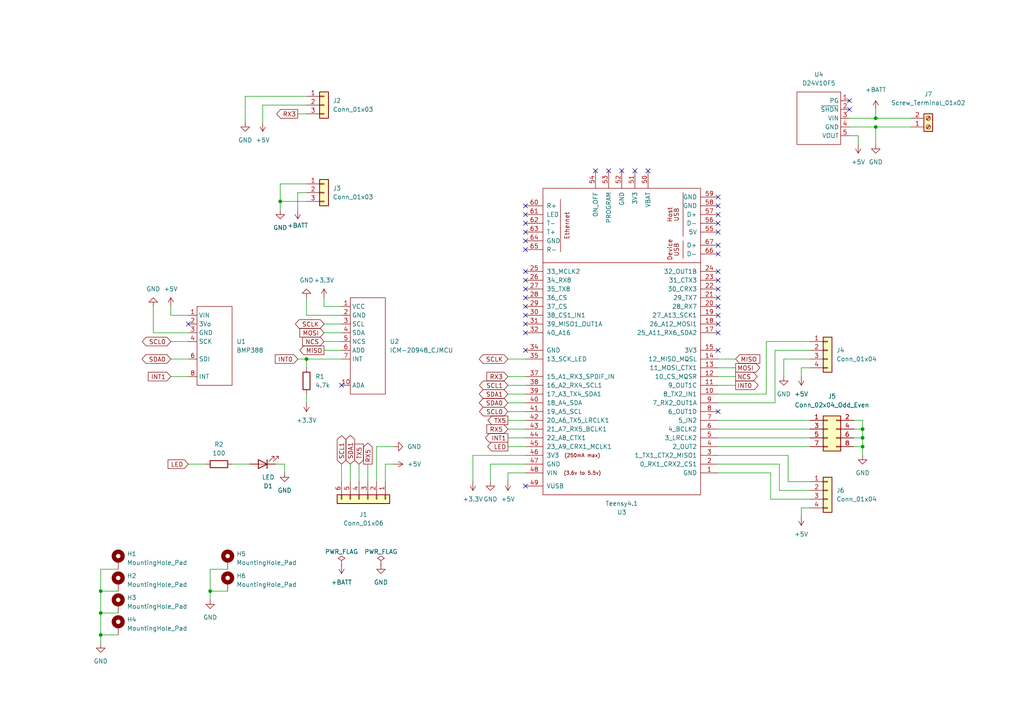
<source format=kicad_sch>
(kicad_sch (version 20230121) (generator eeschema)
  (paper "A4")
  (lib_symbols
    (symbol "Connector:Screw_Terminal_01x02" (pin_names (offset 1.016) hide)
      (property "Reference" "J" (at 0 2.54 0))
      (property "Value" "Screw_Terminal_01x02" (at 0 -5.08 0))
      (symbol "Screw_Terminal_01x02_1_1"
        (rectangle (start -1.27 1.27) (end 1.27 -3.81) (stroke (width 0.254)) (fill (type background)))
        (circle (center 0 -2.54) (radius 0.635) (stroke (width 0.1524)))
        (polyline (pts (xy -0.5334 -2.2098) (xy 0.3302 -3.048)) (stroke (width 0.1524)))
        (polyline (pts (xy -0.5334 0.3302) (xy 0.3302 -0.508)) (stroke (width 0.1524)))
        (polyline (pts (xy -0.3556 -2.032) (xy 0.508 -2.8702)) (stroke (width 0.1524)))
        (polyline (pts (xy -0.3556 0.508) (xy 0.508 -0.3302)) (stroke (width 0.1524)))
        (circle (center 0 0) (radius 0.635) (stroke (width 0.1524)))
        (pin passive line (at -5.08 0 0) (length 3.81) (name "Pin_1") (number "1"))
        (pin passive line (at -5.08 -2.54 0) (length 3.81) (name "Pin_2") (number "2"))
      )
    )
    (symbol "Connector_Generic:Conn_01x03" (pin_names (offset 1.016) hide)
      (property "Reference" "J" (at 0 5.08 0))
      (property "Value" "Conn_01x03" (at 0 -5.08 0))
      (symbol "Conn_01x03_1_1"
        (rectangle (start -1.27 -2.413) (end 0 -2.667) (stroke (width 0.1524)))
        (rectangle (start -1.27 0.127) (end 0 -0.127) (stroke (width 0.1524)))
        (rectangle (start -1.27 2.667) (end 0 2.413) (stroke (width 0.1524)))
        (rectangle (start -1.27 3.81) (end 1.27 -3.81) (stroke (width 0.254)) (fill (type background)))
        (pin passive line (at -5.08 2.54 0) (length 3.81) (name "Pin_1") (number "1"))
        (pin passive line (at -5.08 0 0) (length 3.81) (name "Pin_2") (number "2"))
        (pin passive line (at -5.08 -2.54 0) (length 3.81) (name "Pin_3") (number "3"))
      )
    )
    (symbol "Connector_Generic:Conn_01x04" (pin_names (offset 1.016) hide)
      (property "Reference" "J" (at 0 5.08 0))
      (property "Value" "Conn_01x04" (at 0 -7.62 0))
      (symbol "Conn_01x04_1_1"
        (rectangle (start -1.27 -4.953) (end 0 -5.207) (stroke (width 0.1524)))
        (rectangle (start -1.27 -2.413) (end 0 -2.667) (stroke (width 0.1524)))
        (rectangle (start -1.27 0.127) (end 0 -0.127) (stroke (width 0.1524)))
        (rectangle (start -1.27 2.667) (end 0 2.413) (stroke (width 0.1524)))
        (rectangle (start -1.27 3.81) (end 1.27 -6.35) (stroke (width 0.254)) (fill (type background)))
        (pin passive line (at -5.08 2.54 0) (length 3.81) (name "Pin_1") (number "1"))
        (pin passive line (at -5.08 0 0) (length 3.81) (name "Pin_2") (number "2"))
        (pin passive line (at -5.08 -2.54 0) (length 3.81) (name "Pin_3") (number "3"))
        (pin passive line (at -5.08 -5.08 0) (length 3.81) (name "Pin_4") (number "4"))
      )
    )
    (symbol "Connector_Generic:Conn_01x06" (pin_names (offset 1.016) hide)
      (property "Reference" "J" (at 0 7.62 0))
      (property "Value" "Conn_01x06" (at 0 -10.16 0))
      (symbol "Conn_01x06_1_1"
        (rectangle (start -1.27 -7.493) (end 0 -7.747) (stroke (width 0.1524)))
        (rectangle (start -1.27 -4.953) (end 0 -5.207) (stroke (width 0.1524)))
        (rectangle (start -1.27 -2.413) (end 0 -2.667) (stroke (width 0.1524)))
        (rectangle (start -1.27 0.127) (end 0 -0.127) (stroke (width 0.1524)))
        (rectangle (start -1.27 2.667) (end 0 2.413) (stroke (width 0.1524)))
        (rectangle (start -1.27 5.207) (end 0 4.953) (stroke (width 0.1524)))
        (rectangle (start -1.27 6.35) (end 1.27 -8.89) (stroke (width 0.254)) (fill (type background)))
        (pin passive line (at -5.08 5.08 0) (length 3.81) (name "Pin_1") (number "1"))
        (pin passive line (at -5.08 2.54 0) (length 3.81) (name "Pin_2") (number "2"))
        (pin passive line (at -5.08 0 0) (length 3.81) (name "Pin_3") (number "3"))
        (pin passive line (at -5.08 -2.54 0) (length 3.81) (name "Pin_4") (number "4"))
        (pin passive line (at -5.08 -5.08 0) (length 3.81) (name "Pin_5") (number "5"))
        (pin passive line (at -5.08 -7.62 0) (length 3.81) (name "Pin_6") (number "6"))
      )
    )
    (symbol "Connector_Generic:Conn_02x04_Odd_Even" (pin_names (offset 1.016) hide)
      (property "Reference" "J" (at 1.27 5.08 0))
      (property "Value" "Conn_02x04_Odd_Even" (at 1.27 -7.62 0))
      (symbol "Conn_02x04_Odd_Even_1_1"
        (rectangle (start -1.27 -4.953) (end 0 -5.207) (stroke (width 0.1524)))
        (rectangle (start -1.27 -2.413) (end 0 -2.667) (stroke (width 0.1524)))
        (rectangle (start -1.27 0.127) (end 0 -0.127) (stroke (width 0.1524)))
        (rectangle (start -1.27 2.667) (end 0 2.413) (stroke (width 0.1524)))
        (rectangle (start -1.27 3.81) (end 3.81 -6.35) (stroke (width 0.254)) (fill (type background)))
        (rectangle (start 3.81 -4.953) (end 2.54 -5.207) (stroke (width 0.1524)))
        (rectangle (start 3.81 -2.413) (end 2.54 -2.667) (stroke (width 0.1524)))
        (rectangle (start 3.81 0.127) (end 2.54 -0.127) (stroke (width 0.1524)))
        (rectangle (start 3.81 2.667) (end 2.54 2.413) (stroke (width 0.1524)))
        (pin passive line (at -5.08 2.54 0) (length 3.81) (name "Pin_1") (number "1"))
        (pin passive line (at 7.62 2.54 180) (length 3.81) (name "Pin_2") (number "2"))
        (pin passive line (at -5.08 0 0) (length 3.81) (name "Pin_3") (number "3"))
        (pin passive line (at 7.62 0 180) (length 3.81) (name "Pin_4") (number "4"))
        (pin passive line (at -5.08 -2.54 0) (length 3.81) (name "Pin_5") (number "5"))
        (pin passive line (at 7.62 -2.54 180) (length 3.81) (name "Pin_6") (number "6"))
        (pin passive line (at -5.08 -5.08 0) (length 3.81) (name "Pin_7") (number "7"))
        (pin passive line (at 7.62 -5.08 180) (length 3.81) (name "Pin_8") (number "8"))
      )
    )
    (symbol "Device:LED" (pin_numbers hide) (pin_names (offset 1.016) hide)
      (property "Reference" "D" (at 0 2.54 0))
      (property "Value" "LED" (at 0 -2.54 0))
      (symbol "LED_0_1"
        (polyline (pts (xy -1.27 -1.27) (xy -1.27 1.27)) (stroke (width 0.254)))
        (polyline (pts (xy -1.27 0) (xy 1.27 0)))
        (polyline (pts (xy 1.27 -1.27) (xy 1.27 1.27) (xy -1.27 0) (xy 1.27 -1.27)) (stroke (width 0.254)))
        (polyline (pts (xy -3.048 -0.762) (xy -4.572 -2.286) (xy -3.81 -2.286) (xy -4.572 -2.286) (xy -4.572 -1.524)))
        (polyline (pts (xy -1.778 -0.762) (xy -3.302 -2.286) (xy -2.54 -2.286) (xy -3.302 -2.286) (xy -3.302 -1.524)))
      )
      (symbol "LED_1_1"
        (pin passive line (at -3.81 0 0) (length 2.54) (name "K") (number "1"))
        (pin passive line (at 3.81 0 180) (length 2.54) (name "A") (number "2"))
      )
    )
    (symbol "Device:R" (pin_numbers hide) (pin_names (offset 0))
      (property "Reference" "R" (at 2.032 0 90))
      (property "Value" "R" (at 0 0 90))
      (symbol "R_0_1"
        (rectangle (start -1.016 -2.54) (end 1.016 2.54) (stroke (width 0.254)))
      )
      (symbol "R_1_1"
        (pin passive line (at 0 3.81 270) (length 1.27) (name "~") (number "1"))
        (pin passive line (at 0 -3.81 90) (length 1.27) (name "~") (number "2"))
      )
    )
    (symbol "Lukas:D24V10F5"
      (property "Reference" "U" (at -6.35 8.89 0))
      (property "Value" "D24V10F5" (at 2.54 8.89 0))
      (symbol "D24V10F5_0_1"
        (rectangle (start -6.35 7.62) (end 6.35 -7.62))
      )
      (symbol "D24V10F5_1_1"
        (pin output line (at 8.89 5.08 180) (length 2.54) (name "PG") (number "1"))
        (pin input line (at 8.89 2.54 180) (length 2.54) (name "~{SHDN}") (number "2"))
        (pin power_in line (at 8.89 0 180) (length 2.54) (name "VIN") (number "3"))
        (pin power_in line (at 8.89 -2.54 180) (length 2.54) (name "GND") (number "4"))
        (pin power_out line (at 8.89 -5.08 180) (length 2.54) (name "VOUT") (number "5"))
      )
    )
    (symbol "Mechanical:MountingHole_Pad" (pin_numbers hide) (pin_names (offset 1.016) hide)
      (property "Reference" "H" (at 0 6.35 0))
      (property "Value" "MountingHole_Pad" (at 0 4.445 0))
      (symbol "MountingHole_Pad_0_1"
        (circle (center 0 1.27) (radius 1.27) (stroke (width 1.27)))
      )
      (symbol "MountingHole_Pad_1_1"
        (pin input line (at 0 -2.54 90) (length 2.54) (name "1") (number "1"))
      )
    )
    (symbol "Quadcopter:BMP388"
      (property "Reference" "U" (at -5.08 12.7 0))
      (property "Value" "BMP388" (at 1.27 12.7 0))
      (symbol "BMP388_0_1"
        (rectangle (start -5.08 11.43) (end 5.08 -11.43))
      )
      (symbol "BMP388_1_1"
        (pin power_in line (at -7.62 8.89 0) (length 2.54) (name "VIN") (number "1"))
        (pin power_out line (at -7.62 6.35 0) (length 2.54) (name "3Vo") (number "2"))
        (pin power_in line (at -7.62 3.81 0) (length 2.54) (name "GND") (number "3"))
        (pin bidirectional line (at -7.62 1.27 0) (length 2.54) (name "SCK") (number "4"))
        (pin input line (at -7.62 -3.81 0) (length 2.54) (name "SDI") (number "6"))
        (pin output line (at -7.62 -8.89 0) (length 2.54) (name "INT") (number "8"))
      )
    )
    (symbol "Quadcopter:ICM-20948_CJMCU"
      (property "Reference" "U" (at -5.08 15.24 0))
      (property "Value" "ICM-20948_CJMCU" (at 0 -15.24 0))
      (symbol "ICM-20948_CJMCU_0_1"
        (rectangle (start -5.08 13.97) (end 5.08 -13.97))
      )
      (symbol "ICM-20948_CJMCU_1_1"
        (pin power_in line (at -7.62 11.43 0) (length 2.54) (name "VCC") (number "1"))
        (pin bidirectional line (at -7.62 -11.43 0) (length 2.54) (name "ADA") (number "10"))
        (pin power_in line (at -7.62 8.89 0) (length 2.54) (name "GND") (number "2"))
        (pin bidirectional line (at -7.62 6.35 0) (length 2.54) (name "SCL") (number "3"))
        (pin bidirectional line (at -7.62 3.81 0) (length 2.54) (name "SDA") (number "4"))
        (pin input line (at -7.62 1.27 0) (length 2.54) (name "NCS") (number "5"))
        (pin input line (at -7.62 -1.27 0) (length 2.54) (name "AD0") (number "6"))
        (pin input line (at -7.62 -3.81 0) (length 2.54) (name "INT") (number "7"))
      )
    )
    (symbol "Quadcopter:Teensy4.1" (pin_names (offset 1.016))
      (property "Reference" "U" (at 0 64.77 0))
      (property "Value" "Teensy4.1" (at 0 62.23 0))
      (symbol "Teensy4.1_0_0"
        (polyline (pts (xy -22.86 -6.35) (xy 22.86 -6.35)))
        (polyline (pts (xy -17.78 -26.67) (xy -17.78 -13.97)))
        (polyline (pts (xy -17.78 -7.62) (xy -17.78 -12.7)))
        (polyline (pts (xy 17.78 -9.525) (xy 17.78 -24.765)))
        (text "(250mA max)" (at 11.43 49.53 0) (effects (font (size 1.016 1.016))))
        (text "(3.6v to 5.5v)" (at 11.43 54.61 0) (effects (font (size 1.016 1.016))))
        (text "Device" (at -13.97 -10.16 900) (effects (font (size 1.27 1.27))))
        (text "Ethernet" (at 15.875 -17.145 900) (effects (font (size 1.27 1.27))))
        (text "Host" (at -13.97 -20.32 900) (effects (font (size 1.27 1.27))))
        (text "USB" (at -15.875 -20.32 900) (effects (font (size 1.27 1.27))))
        (text "USB" (at -15.875 -10.16 900) (effects (font (size 1.27 1.27))))
        (pin bidirectional line (at -27.94 31.75 0) (length 5.08) (name "8_TX2_IN1") (number "10"))
        (pin bidirectional line (at -27.94 29.21 0) (length 5.08) (name "9_OUT1C") (number "11"))
        (pin bidirectional line (at -27.94 26.67 0) (length 5.08) (name "10_CS_MQSR") (number "12"))
        (pin bidirectional line (at -27.94 24.13 0) (length 5.08) (name "11_MOSI_CTX1") (number "13"))
        (pin bidirectional line (at -27.94 21.59 0) (length 5.08) (name "12_MISO_MQSL") (number "14"))
        (pin power_in line (at -27.94 19.05 0) (length 5.08) (name "3V3") (number "15"))
        (pin bidirectional line (at -27.94 13.97 0) (length 5.08) (name "25_A11_RX6_SDA2") (number "17"))
        (pin bidirectional line (at -27.94 11.43 0) (length 5.08) (name "26_A12_MOSI1") (number "18"))
        (pin bidirectional line (at -27.94 8.89 0) (length 5.08) (name "27_A13_SCK1") (number "19"))
        (pin bidirectional line (at -27.94 6.35 0) (length 5.08) (name "28_RX7") (number "20"))
        (pin bidirectional line (at -27.94 3.81 0) (length 5.08) (name "29_TX7") (number "21"))
        (pin bidirectional line (at -27.94 1.27 0) (length 5.08) (name "30_CRX3") (number "22"))
        (pin bidirectional line (at -27.94 -1.27 0) (length 5.08) (name "31_CTX3") (number "23"))
        (pin bidirectional line (at -27.94 -3.81 0) (length 5.08) (name "32_OUT1B") (number "24"))
        (pin bidirectional line (at 27.94 -3.81 180) (length 5.08) (name "33_MCLK2") (number "25"))
        (pin bidirectional line (at 27.94 -1.27 180) (length 5.08) (name "34_RX8") (number "26"))
        (pin bidirectional line (at 27.94 1.27 180) (length 5.08) (name "35_TX8") (number "27"))
        (pin bidirectional line (at 27.94 3.81 180) (length 5.08) (name "36_CS") (number "28"))
        (pin bidirectional line (at 27.94 6.35 180) (length 5.08) (name "37_CS") (number "29"))
        (pin bidirectional line (at 27.94 8.89 180) (length 5.08) (name "38_CS1_IN1") (number "30"))
        (pin bidirectional line (at 27.94 11.43 180) (length 5.08) (name "39_MISO1_OUT1A") (number "31"))
        (pin bidirectional line (at 27.94 13.97 180) (length 5.08) (name "40_A16") (number "32"))
        (pin bidirectional line (at 27.94 21.59 180) (length 5.08) (name "13_SCK_LED") (number "35"))
        (pin bidirectional line (at 27.94 26.67 180) (length 5.08) (name "15_A1_RX3_SPDIF_IN") (number "37"))
        (pin bidirectional line (at 27.94 29.21 180) (length 5.08) (name "16_A2_RX4_SCL1") (number "38"))
        (pin bidirectional line (at 27.94 31.75 180) (length 5.08) (name "17_A3_TX4_SDA1") (number "39"))
        (pin bidirectional line (at 27.94 34.29 180) (length 5.08) (name "18_A4_SDA") (number "40"))
        (pin bidirectional line (at 27.94 36.83 180) (length 5.08) (name "19_A5_SCL") (number "41"))
        (pin bidirectional line (at 27.94 39.37 180) (length 5.08) (name "20_A6_TX5_LRCLK1") (number "42"))
        (pin bidirectional line (at 27.94 41.91 180) (length 5.08) (name "21_A7_RX5_BCLK1") (number "43"))
        (pin bidirectional line (at 27.94 44.45 180) (length 5.08) (name "22_A8_CTX1") (number "44"))
        (pin bidirectional line (at 27.94 46.99 180) (length 5.08) (name "23_A9_CRX1_MCLK1") (number "45"))
        (pin power_in line (at 27.94 54.61 180) (length 5.08) (name "VIN") (number "48"))
        (pin power_out line (at 27.94 58.42 180) (length 5.08) (name "VUSB") (number "49"))
        (pin bidirectional line (at -27.94 44.45 0) (length 5.08) (name "3_LRCLK2") (number "5"))
        (pin power_in line (at -7.62 -33.02 90) (length 5.08) (name "VBAT") (number "50"))
        (pin power_in line (at -3.81 -33.02 90) (length 5.08) (name "3V3") (number "51"))
        (pin input line (at 0 -33.02 90) (length 5.08) (name "GND") (number "52"))
        (pin input line (at 3.81 -33.02 90) (length 5.08) (name "PROGRAM") (number "53"))
        (pin input line (at 7.62 -33.02 90) (length 5.08) (name "ON_OFF") (number "54"))
        (pin power_out line (at -27.94 -15.24 0) (length 5.08) (name "5V") (number "55"))
        (pin bidirectional line (at -27.94 -17.78 0) (length 5.08) (name "D-") (number "56"))
        (pin bidirectional line (at -27.94 -20.32 0) (length 5.08) (name "D+") (number "57"))
        (pin power_in line (at -27.94 -22.86 0) (length 5.08) (name "GND") (number "58"))
        (pin power_in line (at -27.94 -25.4 0) (length 5.08) (name "GND") (number "59"))
        (pin bidirectional line (at -27.94 41.91 0) (length 5.08) (name "4_BCLK2") (number "6"))
        (pin bidirectional line (at 27.94 -22.86 180) (length 5.08) (name "R+") (number "60"))
        (pin bidirectional line (at 27.94 -20.32 180) (length 5.08) (name "LED") (number "61"))
        (pin bidirectional line (at 27.94 -17.78 180) (length 5.08) (name "T-") (number "62"))
        (pin bidirectional line (at 27.94 -15.24 180) (length 5.08) (name "T+") (number "63"))
        (pin power_in line (at 27.94 -12.7 180) (length 5.08) (name "GND") (number "64"))
        (pin bidirectional line (at 27.94 -10.16 180) (length 5.08) (name "R-") (number "65"))
        (pin bidirectional line (at -27.94 -8.89 0) (length 5.08) (name "D-") (number "66"))
        (pin bidirectional line (at -27.94 -11.43 0) (length 5.08) (name "D+") (number "67"))
        (pin bidirectional line (at -27.94 39.37 0) (length 5.08) (name "5_IN2") (number "7"))
        (pin bidirectional line (at -27.94 36.83 0) (length 5.08) (name "6_OUT1D") (number "8"))
        (pin bidirectional line (at -27.94 34.29 0) (length 5.08) (name "7_RX2_OUT1A") (number "9"))
      )
      (symbol "Teensy4.1_0_1"
        (rectangle (start -22.86 60.96) (end 22.86 -27.94))
        (rectangle (start -20.32 -1.27) (end -20.32 -1.27))
      )
      (symbol "Teensy4.1_1_0"
        (pin power_out line (at 27.94 49.53 180) (length 5.08) (name "3V3") (number "46"))
        (pin power_in line (at 27.94 52.07 180) (length 5.08) (name "GND") (number "47"))
      )
      (symbol "Teensy4.1_1_1"
        (pin power_out line (at -27.94 54.61 0) (length 5.08) (name "GND") (number "1"))
        (pin bidirectional line (at -27.94 52.07 0) (length 5.08) (name "0_RX1_CRX2_CS1") (number "2"))
        (pin bidirectional line (at -27.94 49.53 0) (length 5.08) (name "1_TX1_CTX2_MISO1") (number "3"))
        (pin power_in line (at 27.94 19.05 180) (length 5.08) (name "GND") (number "34"))
        (pin bidirectional line (at -27.94 46.99 0) (length 5.08) (name "2_OUT2") (number "4"))
      )
    )
    (symbol "power:+3.3V" (power) (pin_names (offset 0))
      (property "Value" "+3.3V" (at 0 3.556 0))
      (symbol "+3.3V_0_1"
        (polyline (pts (xy -0.762 1.27) (xy 0 2.54)))
        (polyline (pts (xy 0 0) (xy 0 2.54)))
        (polyline (pts (xy 0 2.54) (xy 0.762 1.27)))
      )
      (symbol "+3.3V_1_1"
        (pin power_in line (at 0 0 90) (length 0) hide (name "+3.3V") (number "1"))
      )
    )
    (symbol "power:+5V" (power) (pin_names (offset 0))
      (property "Value" "+5V" (at 0 3.556 0))
      (symbol "+5V_0_1"
        (polyline (pts (xy -0.762 1.27) (xy 0 2.54)))
        (polyline (pts (xy 0 0) (xy 0 2.54)))
        (polyline (pts (xy 0 2.54) (xy 0.762 1.27)))
      )
      (symbol "+5V_1_1"
        (pin power_in line (at 0 0 90) (length 0) hide (name "+5V") (number "1"))
      )
    )
    (symbol "power:+BATT" (power) (pin_names (offset 0))
      (property "Value" "+BATT" (at 0 3.556 0))
      (symbol "+BATT_0_1"
        (polyline (pts (xy -0.762 1.27) (xy 0 2.54)))
        (polyline (pts (xy 0 0) (xy 0 2.54)))
        (polyline (pts (xy 0 2.54) (xy 0.762 1.27)))
      )
      (symbol "+BATT_1_1"
        (pin power_in line (at 0 0 90) (length 0) hide (name "+BATT") (number "1"))
      )
    )
    (symbol "power:GND" (power) (pin_names (offset 0))
      (property "Value" "GND" (at 0 -3.81 0))
      (symbol "GND_0_1"
        (polyline (pts (xy 0 0) (xy 0 -1.27) (xy 1.27 -1.27) (xy 0 -2.54) (xy -1.27 -1.27) (xy 0 -1.27)))
      )
      (symbol "GND_1_1"
        (pin power_in line (at 0 0 270) (length 0) hide (name "GND") (number "1"))
      )
    )
    (symbol "power:PWR_FLAG" (power) (pin_numbers hide) (pin_names (offset 0) hide)
      (property "Value" "PWR_FLAG" (at 0 3.81 0))
      (symbol "PWR_FLAG_0_0"
        (pin power_out line (at 0 0 90) (length 0) (name "pwr") (number "1"))
      )
      (symbol "PWR_FLAG_0_1"
        (polyline (pts (xy 0 0) (xy 0 1.27) (xy -1.016 1.905) (xy 0 2.54) (xy 1.016 1.905) (xy 0 1.27)))
      )
    )
  )
  (junction (at 250.19 127))
  (junction (at 254 36.83))
  (junction (at 88.9 104.14))
  (junction (at 29.21 177.8))
  (junction (at 60.96 171.45))
  (junction (at 250.19 129.54))
  (junction (at 81.28 58.42))
  (junction (at 29.21 171.45))
  (junction (at 29.21 184.15))
  (junction (at 254 34.29))
  (junction (at 250.19 124.46))
  (no_connect (at 208.28 88.9))
  (no_connect (at 152.4 88.9))
  (no_connect (at 152.4 59.69))
  (no_connect (at 246.38 31.75))
  (no_connect (at 208.28 101.6))
  (no_connect (at 208.28 93.98))
  (no_connect (at 208.28 67.31))
  (no_connect (at 152.4 93.98))
  (no_connect (at 208.28 119.38))
  (no_connect (at 208.28 57.15))
  (no_connect (at 246.38 29.21))
  (no_connect (at 152.4 91.44))
  (no_connect (at 152.4 86.36))
  (no_connect (at 187.96 49.53))
  (no_connect (at 152.4 67.31))
  (no_connect (at 99.06 111.76))
  (no_connect (at 176.53 49.53))
  (no_connect (at 208.28 83.82))
  (no_connect (at 208.28 81.28))
  (no_connect (at 208.28 78.74))
  (no_connect (at 180.34 49.53))
  (no_connect (at 152.4 69.85))
  (no_connect (at 152.4 83.82))
  (no_connect (at 152.4 78.74))
  (no_connect (at 54.61 93.98))
  (no_connect (at 184.15 49.53))
  (no_connect (at 208.28 62.23))
  (no_connect (at 208.28 73.66))
  (no_connect (at 208.28 91.44))
  (no_connect (at 152.4 81.28))
  (no_connect (at 208.28 59.69))
  (no_connect (at 208.28 64.77))
  (no_connect (at 152.4 140.97))
  (no_connect (at 152.4 96.52))
  (no_connect (at 152.4 72.39))
  (no_connect (at 208.28 71.12))
  (no_connect (at 152.4 101.6))
  (no_connect (at 208.28 96.52))
  (no_connect (at 208.28 86.36))
  (no_connect (at 152.4 64.77))
  (no_connect (at 152.4 62.23))
  (no_connect (at 172.72 49.53))
  (wire (pts (xy 224.79 101.6) (xy 224.79 116.84)))
  (wire (pts (xy 88.9 104.14) (xy 88.9 106.68)))
  (wire (pts (xy 227.33 104.14) (xy 234.95 104.14)))
  (wire (pts (xy 82.55 134.62) (xy 82.55 137.16)))
  (wire (pts (xy 29.21 177.8) (xy 29.21 184.15)))
  (wire (pts (xy 247.65 129.54) (xy 250.19 129.54)))
  (wire (pts (xy 250.19 127) (xy 250.19 124.46)))
  (wire (pts (xy 44.45 88.9) (xy 44.45 96.52)))
  (wire (pts (xy 60.96 171.45) (xy 66.04 171.45)))
  (wire (pts (xy 67.31 134.62) (xy 72.39 134.62)))
  (wire (pts (xy 54.61 91.44) (xy 49.53 91.44)))
  (wire (pts (xy 88.9 104.14) (xy 99.06 104.14)))
  (wire (pts (xy 93.98 86.36) (xy 93.98 88.9)))
  (wire (pts (xy 111.76 134.62) (xy 111.76 139.7)))
  (wire (pts (xy 147.32 137.16) (xy 152.4 137.16)))
  (wire (pts (xy 29.21 171.45) (xy 29.21 177.8)))
  (wire (pts (xy 99.06 91.44) (xy 88.9 91.44)))
  (wire (pts (xy 250.19 129.54) (xy 250.19 132.08)))
  (wire (pts (xy 247.65 127) (xy 250.19 127)))
  (wire (pts (xy 223.52 144.78) (xy 234.95 144.78)))
  (wire (pts (xy 208.28 127) (xy 234.95 127)))
  (wire (pts (xy 137.16 132.08) (xy 137.16 139.7)))
  (wire (pts (xy 250.19 129.54) (xy 250.19 127)))
  (wire (pts (xy 34.29 171.45) (xy 29.21 171.45)))
  (wire (pts (xy 152.4 104.14) (xy 147.32 104.14)))
  (wire (pts (xy 208.28 111.76) (xy 213.36 111.76)))
  (wire (pts (xy 81.28 58.42) (xy 88.9 58.42)))
  (wire (pts (xy 142.24 139.7) (xy 142.24 134.62)))
  (wire (pts (xy 147.32 124.46) (xy 152.4 124.46)))
  (wire (pts (xy 208.28 132.08) (xy 228.6 132.08)))
  (wire (pts (xy 109.22 129.54) (xy 114.3 129.54)))
  (wire (pts (xy 247.65 121.92) (xy 250.19 121.92)))
  (wire (pts (xy 234.95 147.32) (xy 232.41 147.32)))
  (wire (pts (xy 49.53 91.44) (xy 49.53 88.9)))
  (wire (pts (xy 29.21 177.8) (xy 34.29 177.8)))
  (wire (pts (xy 152.4 132.08) (xy 137.16 132.08)))
  (wire (pts (xy 208.28 116.84) (xy 224.79 116.84)))
  (wire (pts (xy 99.06 134.62) (xy 99.06 139.7)))
  (wire (pts (xy 228.6 132.08) (xy 228.6 139.7)))
  (wire (pts (xy 106.68 134.62) (xy 106.68 139.7)))
  (wire (pts (xy 101.6 134.62) (xy 101.6 139.7)))
  (wire (pts (xy 86.36 55.88) (xy 86.36 60.96)))
  (wire (pts (xy 76.2 30.48) (xy 88.9 30.48)))
  (wire (pts (xy 254 34.29) (xy 264.16 34.29)))
  (wire (pts (xy 147.32 129.54) (xy 152.4 129.54)))
  (wire (pts (xy 66.04 165.1) (xy 60.96 165.1)))
  (wire (pts (xy 232.41 147.32) (xy 232.41 149.86)))
  (wire (pts (xy 93.98 96.52) (xy 99.06 96.52)))
  (wire (pts (xy 49.53 109.22) (xy 54.61 109.22)))
  (wire (pts (xy 228.6 139.7) (xy 234.95 139.7)))
  (wire (pts (xy 232.41 106.68) (xy 232.41 109.22)))
  (wire (pts (xy 49.53 99.06) (xy 54.61 99.06)))
  (wire (pts (xy 34.29 165.1) (xy 29.21 165.1)))
  (wire (pts (xy 226.06 142.24) (xy 234.95 142.24)))
  (wire (pts (xy 247.65 124.46) (xy 250.19 124.46)))
  (wire (pts (xy 111.76 134.62) (xy 114.3 134.62)))
  (wire (pts (xy 93.98 99.06) (xy 99.06 99.06)))
  (wire (pts (xy 86.36 104.14) (xy 88.9 104.14)))
  (wire (pts (xy 222.25 99.06) (xy 222.25 114.3)))
  (wire (pts (xy 208.28 121.92) (xy 234.95 121.92)))
  (wire (pts (xy 60.96 173.99) (xy 60.96 171.45)))
  (wire (pts (xy 93.98 93.98) (xy 99.06 93.98)))
  (wire (pts (xy 93.98 101.6) (xy 99.06 101.6)))
  (wire (pts (xy 227.33 104.14) (xy 227.33 109.22)))
  (wire (pts (xy 208.28 124.46) (xy 234.95 124.46)))
  (wire (pts (xy 81.28 53.34) (xy 88.9 53.34)))
  (wire (pts (xy 71.12 27.94) (xy 88.9 27.94)))
  (wire (pts (xy 208.28 104.14) (xy 213.36 104.14)))
  (wire (pts (xy 80.01 134.62) (xy 82.55 134.62)))
  (wire (pts (xy 254 36.83) (xy 264.16 36.83)))
  (wire (pts (xy 54.61 134.62) (xy 59.69 134.62)))
  (wire (pts (xy 29.21 165.1) (xy 29.21 171.45)))
  (wire (pts (xy 152.4 109.22) (xy 147.32 109.22)))
  (wire (pts (xy 88.9 114.3) (xy 88.9 116.84)))
  (wire (pts (xy 254 31.75) (xy 254 34.29)))
  (wire (pts (xy 29.21 184.15) (xy 34.29 184.15)))
  (wire (pts (xy 152.4 127) (xy 147.32 127)))
  (wire (pts (xy 248.92 39.37) (xy 248.92 41.91)))
  (wire (pts (xy 246.38 34.29) (xy 254 34.29)))
  (wire (pts (xy 208.28 137.16) (xy 223.52 137.16)))
  (wire (pts (xy 152.4 111.76) (xy 147.32 111.76)))
  (wire (pts (xy 152.4 116.84) (xy 147.32 116.84)))
  (wire (pts (xy 147.32 121.92) (xy 152.4 121.92)))
  (wire (pts (xy 208.28 129.54) (xy 234.95 129.54)))
  (wire (pts (xy 208.28 114.3) (xy 222.25 114.3)))
  (wire (pts (xy 88.9 86.36) (xy 88.9 91.44)))
  (wire (pts (xy 226.06 134.62) (xy 226.06 142.24)))
  (wire (pts (xy 109.22 129.54) (xy 109.22 139.7)))
  (wire (pts (xy 208.28 106.68) (xy 213.36 106.68)))
  (wire (pts (xy 234.95 106.68) (xy 232.41 106.68)))
  (wire (pts (xy 81.28 58.42) (xy 81.28 60.96)))
  (wire (pts (xy 208.28 109.22) (xy 213.36 109.22)))
  (wire (pts (xy 76.2 30.48) (xy 76.2 35.56)))
  (wire (pts (xy 86.36 33.02) (xy 88.9 33.02)))
  (wire (pts (xy 29.21 184.15) (xy 29.21 186.69)))
  (wire (pts (xy 86.36 55.88) (xy 88.9 55.88)))
  (wire (pts (xy 81.28 53.34) (xy 81.28 58.42)))
  (wire (pts (xy 49.53 104.14) (xy 54.61 104.14)))
  (wire (pts (xy 222.25 99.06) (xy 234.95 99.06)))
  (wire (pts (xy 104.14 134.62) (xy 104.14 139.7)))
  (wire (pts (xy 152.4 119.38) (xy 147.32 119.38)))
  (wire (pts (xy 250.19 124.46) (xy 250.19 121.92)))
  (wire (pts (xy 246.38 39.37) (xy 248.92 39.37)))
  (wire (pts (xy 224.79 101.6) (xy 234.95 101.6)))
  (wire (pts (xy 254 36.83) (xy 254 41.91)))
  (wire (pts (xy 208.28 134.62) (xy 226.06 134.62)))
  (wire (pts (xy 223.52 137.16) (xy 223.52 144.78)))
  (wire (pts (xy 147.32 137.16) (xy 147.32 139.7)))
  (wire (pts (xy 152.4 114.3) (xy 147.32 114.3)))
  (wire (pts (xy 93.98 88.9) (xy 99.06 88.9)))
  (wire (pts (xy 246.38 36.83) (xy 254 36.83)))
  (wire (pts (xy 44.45 96.52) (xy 54.61 96.52)))
  (wire (pts (xy 71.12 35.56) (xy 71.12 27.94)))
  (wire (pts (xy 60.96 165.1) (xy 60.96 171.45)))
  (wire (pts (xy 142.24 134.62) (xy 152.4 134.62)))
  (global_label "MISO" (shape input) (at 213.36 104.14 0) (property "Intersheetrefs" "${INTERSHEET_REFS}" (effects hide)) (property "Referenzen zwischen Schaltplänen" "${INTERSHEET_REFS}" (effects hide)))
  (global_label "SCL0" (shape bidirectional) (at 147.32 119.38 180) (property "Intersheetrefs" "${INTERSHEET_REFS}" (effects hide)) (property "Referenzen zwischen Schaltplänen" "${INTERSHEET_REFS}" (effects hide)))
  (global_label "TX5" (shape output) (at 147.32 121.92 180) (property "Intersheetrefs" "${INTERSHEET_REFS}" (effects hide)) (property "Referenzen zwischen Schaltplänen" "${INTERSHEET_REFS}" (effects hide)))
  (global_label "SCL1" (shape bidirectional) (at 99.06 134.62 90) (property "Intersheetrefs" "${INTERSHEET_REFS}" (effects hide)) (property "Referenzen zwischen Schaltplänen" "${INTERSHEET_REFS}" (effects hide)))
  (global_label "LED" (shape output) (at 147.32 129.54 180) (property "Intersheetrefs" "${INTERSHEET_REFS}" (effects hide)) (property "Referenzen zwischen Schaltplänen" "${INTERSHEET_REFS}" (effects hide)))
  (global_label "NCS" (shape output) (at 213.36 109.22 0) (property "Intersheetrefs" "${INTERSHEET_REFS}" (effects hide)) (property "Referenzen zwischen Schaltplänen" "${INTERSHEET_REFS}" (effects hide)))
  (global_label "SCLK" (shape bidirectional) (at 147.32 104.14 180) (property "Intersheetrefs" "${INTERSHEET_REFS}" (effects hide)) (property "Referenzen zwischen Schaltplänen" "${INTERSHEET_REFS}" (effects hide)))
  (global_label "SCL0" (shape bidirectional) (at 49.53 99.06 180) (property "Intersheetrefs" "${INTERSHEET_REFS}" (effects hide)) (property "Referenzen zwischen Schaltplänen" "${INTERSHEET_REFS}" (effects hide)))
  (global_label "MOSI" (shape output) (at 213.36 106.68 0) (property "Intersheetrefs" "${INTERSHEET_REFS}" (effects hide)) (property "Referenzen zwischen Schaltplänen" "${INTERSHEET_REFS}" (effects hide)))
  (global_label "TX5" (shape input) (at 104.14 134.62 90) (property "Intersheetrefs" "${INTERSHEET_REFS}" (effects hide)) (property "Referenzen zwischen Schaltplänen" "${INTERSHEET_REFS}" (effects hide)))
  (global_label "INT0" (shape input) (at 86.36 104.14 180) (property "Intersheetrefs" "${INTERSHEET_REFS}" (effects hide)) (property "Referenzen zwischen Schaltplänen" "${INTERSHEET_REFS}" (effects hide)))
  (global_label "SCL1" (shape bidirectional) (at 147.32 111.76 180) (property "Intersheetrefs" "${INTERSHEET_REFS}" (effects hide)) (property "Referenzen zwischen Schaltplänen" "${INTERSHEET_REFS}" (effects hide)))
  (global_label "SDA1" (shape bidirectional) (at 101.6 134.62 90) (property "Intersheetrefs" "${INTERSHEET_REFS}" (effects hide)) (property "Referenzen zwischen Schaltplänen" "${INTERSHEET_REFS}" (effects hide)))
  (global_label "INT0" (shape output) (at 213.36 111.76 0) (property "Intersheetrefs" "${INTERSHEET_REFS}" (effects hide)) (property "Referenzen zwischen Schaltplänen" "${INTERSHEET_REFS}" (effects hide)))
  (global_label "RX3" (shape output) (at 86.36 33.02 180) (property "Intersheetrefs" "${INTERSHEET_REFS}" (effects hide)) (property "Referenzen zwischen Schaltplänen" "${INTERSHEET_REFS}" (effects hide)))
  (global_label "SDA0" (shape bidirectional) (at 49.53 104.14 180) (property "Intersheetrefs" "${INTERSHEET_REFS}" (effects hide)) (property "Referenzen zwischen Schaltplänen" "${INTERSHEET_REFS}" (effects hide)))
  (global_label "INT1" (shape output) (at 147.32 127 180) (property "Intersheetrefs" "${INTERSHEET_REFS}" (effects hide)) (property "Referenzen zwischen Schaltplänen" "${INTERSHEET_REFS}" (effects hide)))
  (global_label "SDA1" (shape bidirectional) (at 147.32 114.3 180) (property "Intersheetrefs" "${INTERSHEET_REFS}" (effects hide)) (property "Referenzen zwischen Schaltplänen" "${INTERSHEET_REFS}" (effects hide)))
  (global_label "SDA0" (shape bidirectional) (at 147.32 116.84 180) (property "Intersheetrefs" "${INTERSHEET_REFS}" (effects hide)) (property "Referenzen zwischen Schaltplänen" "${INTERSHEET_REFS}" (effects hide)))
  (global_label "RX3" (shape input) (at 147.32 109.22 180) (property "Intersheetrefs" "${INTERSHEET_REFS}" (effects hide)) (property "Referenzen zwischen Schaltplänen" "${INTERSHEET_REFS}" (effects hide)))
  (global_label "MISO" (shape output) (at 93.98 101.6 180) (property "Intersheetrefs" "${INTERSHEET_REFS}" (effects hide)) (property "Referenzen zwischen Schaltplänen" "${INTERSHEET_REFS}" (effects hide)))
  (global_label "RX5" (shape input) (at 147.32 124.46 180) (property "Intersheetrefs" "${INTERSHEET_REFS}" (effects hide)) (property "Referenzen zwischen Schaltplänen" "${INTERSHEET_REFS}" (effects hide)))
  (global_label "SCLK" (shape bidirectional) (at 93.98 93.98 180) (property "Intersheetrefs" "${INTERSHEET_REFS}" (effects hide)) (property "Referenzen zwischen Schaltplänen" "${INTERSHEET_REFS}" (effects hide)))
  (global_label "RX5" (shape output) (at 106.68 134.62 90) (property "Intersheetrefs" "${INTERSHEET_REFS}" (effects hide)) (property "Referenzen zwischen Schaltplänen" "${INTERSHEET_REFS}" (effects hide)))
  (global_label "MOSI" (shape input) (at 93.98 96.52 180) (property "Intersheetrefs" "${INTERSHEET_REFS}" (effects hide)) (property "Referenzen zwischen Schaltplänen" "${INTERSHEET_REFS}" (effects hide)))
  (global_label "INT1" (shape input) (at 49.53 109.22 180) (property "Intersheetrefs" "${INTERSHEET_REFS}" (effects hide)) (property "Referenzen zwischen Schaltplänen" "${INTERSHEET_REFS}" (effects hide)))
  (global_label "NCS" (shape input) (at 93.98 99.06 180) (property "Intersheetrefs" "${INTERSHEET_REFS}" (effects hide)) (property "Referenzen zwischen Schaltplänen" "${INTERSHEET_REFS}" (effects hide)))
  (global_label "LED" (shape input) (at 54.61 134.62 180) (property "Intersheetrefs" "${INTERSHEET_REFS}" (effects hide)) (property "Referenzen zwischen Schaltplänen" "${INTERSHEET_REFS}" (effects hide)))
  (symbol (lib_id "Connector:Screw_Terminal_01x02") (at 269.24 36.83 0) (mirror x) (unit 1)
    (property "Reference" "J7" (at 269.24 27.305 0))
    (property "Value" "Screw_Terminal_01x02" (at 269.24 29.845 0))
    (property "Footprint" "TerminalBlock_Phoenix:TerminalBlock_Phoenix_MPT-0,5-2-2.54_1x02_P2.54mm_Horizontal" (effects hide))
  )
  (symbol (lib_id "Connector_Generic:Conn_01x06") (at 106.68 144.78 270) (unit 1)
    (property "Reference" "J1" (at 105.41 149.225 90))
    (property "Value" "Conn_01x06" (at 105.41 151.765 90))
    (property "Footprint" "Connector_PinHeader_2.54mm:PinHeader_1x06_P2.54mm_Horizontal" (effects hide))
  )
  (symbol (lib_id "Device:R") (at 88.9 110.49 0) (unit 1)
    (property "Reference" "R1" (at 91.44 109.2199 0) (effects (justify left)))
    (property "Value" "4.7k" (at 91.44 111.7599 0) (effects (justify left)))
    (property "Footprint" "Resistor_THT:R_Axial_DIN0207_L6.3mm_D2.5mm_P7.62mm_Horizontal" (effects hide))
  )
  (symbol (lib_id "power:PWR_FLAG") (at 99.06 163.83 0) (unit 1)
    (property "Reference" "#FLG01" (effects hide))
    (property "Value" "PWR_FLAG" (at 99.06 160.02 0))
  )
  (symbol (lib_id "power:GND") (at 114.3 129.54 90) (unit 1)
    (property "Reference" "#PWR03" (effects hide))
    (property "Value" "GND" (at 118.11 129.5401 90) (effects (justify right)))
  )
  (symbol (lib_id "Quadcopter:ICM-20948_CJMCU") (at 106.68 100.33 0) (unit 1)
    (property "Reference" "U2" (at 113.03 99.0599 0) (effects (justify left)))
    (property "Value" "ICM-20948_CJMCU" (at 113.03 101.5999 0) (effects (justify left)))
    (property "Footprint" "Quadcopter:ICM-20948_CJMCU" (effects hide))
    (property "Datasheet" "https://invensense.tdk.com/wp-content/uploads/2021/10/DS-000189-ICM-20948-v1.5.pdf" (effects hide))
  )
  (symbol (lib_id "power:GND") (at 71.12 35.56 0) (unit 1)
    (property "Reference" "#PWR05" (effects hide))
    (property "Value" "GND" (at 71.12 40.64 0))
  )
  (symbol (lib_id "power:GND") (at 29.21 186.69 0) (unit 1)
    (property "Reference" "#PWR023" (effects hide))
    (property "Value" "GND" (at 29.21 191.77 0))
  )
  (symbol (lib_id "power:GND") (at 142.24 139.7 0) (unit 1)
    (property "Reference" "#PWR014" (effects hide))
    (property "Value" "GND" (at 142.24 144.78 0))
  )
  (symbol (lib_id "power:+5V") (at 232.41 109.22 180) (unit 1)
    (property "Reference" "#PWR017" (effects hide))
    (property "Value" "+5V" (at 232.41 114.3 0))
  )
  (symbol (lib_id "Mechanical:MountingHole_Pad") (at 66.04 168.91 0) (unit 1)
    (property "Reference" "H6" (at 68.58 167.005 0) (effects (justify left)))
    (property "Value" "MountingHole_Pad" (at 68.58 169.545 0) (effects (justify left)))
    (property "Footprint" "MountingHole:MountingHole_3.2mm_M3_Pad" (effects hide))
  )
  (symbol (lib_id "power:+5V") (at 49.53 88.9 0) (unit 1)
    (property "Reference" "#PWR02" (effects hide))
    (property "Value" "+5V" (at 49.53 83.82 0))
  )
  (symbol (lib_id "power:GND") (at 82.55 137.16 0) (unit 1)
    (property "Reference" "#PWR012" (effects hide))
    (property "Value" "GND" (at 82.55 142.24 0))
  )
  (symbol (lib_id "power:GND") (at 88.9 86.36 180) (unit 1)
    (property "Reference" "#PWR09" (effects hide))
    (property "Value" "GND" (at 88.9 81.28 0))
  )
  (symbol (lib_id "Mechanical:MountingHole_Pad") (at 34.29 168.91 0) (unit 1)
    (property "Reference" "H2" (at 36.83 167.005 0) (effects (justify left)))
    (property "Value" "MountingHole_Pad" (at 36.83 169.545 0) (effects (justify left)))
    (property "Footprint" "MountingHole:MountingHole_3.2mm_M3_Pad" (effects hide))
  )
  (symbol (lib_id "power:+BATT") (at 86.36 60.96 180) (unit 1)
    (property "Reference" "#PWR08" (effects hide))
    (property "Value" "+BATT" (at 86.36 65.405 0))
  )
  (symbol (lib_id "power:GND") (at 250.19 132.08 0) (unit 1)
    (property "Reference" "#PWR022" (effects hide))
    (property "Value" "GND" (at 250.19 137.16 0))
  )
  (symbol (lib_id "power:GND") (at 81.28 60.96 0) (unit 1)
    (property "Reference" "#PWR07" (effects hide))
    (property "Value" "GND" (at 81.28 66.04 0))
  )
  (symbol (lib_id "Quadcopter:Teensy4.1") (at 180.34 82.55 180) (unit 1)
    (property "Reference" "U3" (at 180.34 148.59 0))
    (property "Value" "Teensy4.1" (at 180.34 146.05 0))
    (property "Footprint" "Quadcopter:Teensy41" (effects hide))
  )
  (symbol (lib_id "power:+5V") (at 232.41 149.86 180) (unit 1)
    (property "Reference" "#PWR018" (effects hide))
    (property "Value" "+5V" (at 232.41 154.94 0))
  )
  (symbol (lib_id "Mechanical:MountingHole_Pad") (at 34.29 175.26 0) (unit 1)
    (property "Reference" "H3" (at 36.83 173.355 0) (effects (justify left)))
    (property "Value" "MountingHole_Pad" (at 36.83 175.895 0) (effects (justify left)))
    (property "Footprint" "MountingHole:MountingHole_3.2mm_M3_Pad" (effects hide))
  )
  (symbol (lib_id "power:+5V") (at 147.32 139.7 180) (unit 1)
    (property "Reference" "#PWR015" (effects hide))
    (property "Value" "+5V" (at 147.32 144.78 0))
  )
  (symbol (lib_id "Device:LED") (at 76.2 134.62 180) (unit 1)
    (property "Reference" "D1" (at 77.7875 140.97 0))
    (property "Value" "LED" (at 77.7875 138.43 0))
    (property "Footprint" "LED_THT:LED_D5.0mm" (effects hide))
  )
  (symbol (lib_id "power:+5V") (at 76.2 35.56 180) (unit 1)
    (property "Reference" "#PWR06" (effects hide))
    (property "Value" "+5V" (at 76.2 40.64 0))
  )
  (symbol (lib_id "Quadcopter:BMP388") (at 62.23 100.33 0) (unit 1)
    (property "Reference" "U1" (at 68.58 99.0599 0) (effects (justify left)))
    (property "Value" "BMP388" (at 68.58 101.5999 0) (effects (justify left)))
    (property "Footprint" "Quadcopter:BMP388" (effects hide))
    (property "Datasheet" "https://www.bosch-sensortec.com/media/boschsensortec/downloads/datasheets/bst-bmp388-ds001.pdf" (effects hide))
  )
  (symbol (lib_id "Connector_Generic:Conn_01x03") (at 93.98 55.88 0) (unit 1)
    (property "Reference" "J3" (at 96.52 54.6099 0) (effects (justify left)))
    (property "Value" "Conn_01x03" (at 96.52 57.1499 0) (effects (justify left)))
    (property "Footprint" "Connector_PinHeader_2.54mm:PinHeader_1x03_P2.54mm_Horizontal" (effects hide))
  )
  (symbol (lib_id "Device:R") (at 63.5 134.62 270) (unit 1)
    (property "Reference" "R2" (at 63.5 128.905 90))
    (property "Value" "100" (at 63.5 131.445 90))
    (property "Footprint" "Resistor_THT:R_Axial_DIN0207_L6.3mm_D2.5mm_P7.62mm_Horizontal" (effects hide))
  )
  (symbol (lib_id "power:GND") (at 60.96 173.99 0) (unit 1)
    (property "Reference" "#PWR024" (effects hide))
    (property "Value" "GND" (at 60.96 179.07 0))
  )
  (symbol (lib_id "Lukas:D24V10F5") (at 237.49 34.29 0) (unit 1)
    (property "Reference" "U4" (at 237.49 21.59 0))
    (property "Value" "D24V10F5" (at 237.49 24.13 0))
    (property "Footprint" "Lukas:D24V10F5" (effects hide))
    (property "Datasheet" "https://www.pololu.com/product/2831/resources" (effects hide))
  )
  (symbol (lib_id "power:+BATT") (at 99.06 163.83 180) (unit 1)
    (property "Reference" "#PWR025" (effects hide))
    (property "Value" "+BATT" (at 99.06 168.91 0))
  )
  (symbol (lib_id "Connector_Generic:Conn_01x04") (at 240.03 101.6 0) (unit 1)
    (property "Reference" "J4" (at 242.57 101.5999 0) (effects (justify left)))
    (property "Value" "Conn_01x04" (at 242.57 104.1399 0) (effects (justify left)))
    (property "Footprint" "Connector_PinHeader_2.54mm:PinHeader_1x04_P2.54mm_Horizontal" (effects hide))
  )
  (symbol (lib_id "power:+5V") (at 248.92 41.91 180) (unit 1)
    (property "Reference" "#PWR019" (effects hide))
    (property "Value" "+5V" (at 248.92 46.99 0))
  )
  (symbol (lib_id "Connector_Generic:Conn_01x03") (at 93.98 30.48 0) (unit 1)
    (property "Reference" "J2" (at 96.52 29.2099 0) (effects (justify left)))
    (property "Value" "Conn_01x03" (at 96.52 31.7499 0) (effects (justify left)))
    (property "Footprint" "Connector_PinHeader_2.54mm:PinHeader_1x03_P2.54mm_Horizontal" (effects hide))
  )
  (symbol (lib_id "power:+3.3V") (at 137.16 139.7 180) (unit 1)
    (property "Reference" "#PWR013" (effects hide))
    (property "Value" "+3.3V" (at 137.16 144.78 0))
  )
  (symbol (lib_id "power:+3.3V") (at 88.9 116.84 180) (unit 1)
    (property "Reference" "#PWR010" (effects hide))
    (property "Value" "+3.3V" (at 88.9 121.92 0))
  )
  (symbol (lib_id "Mechanical:MountingHole_Pad") (at 66.04 162.56 0) (unit 1)
    (property "Reference" "H5" (at 68.58 160.655 0) (effects (justify left)))
    (property "Value" "MountingHole_Pad" (at 68.58 163.195 0) (effects (justify left)))
    (property "Footprint" "MountingHole:MountingHole_3.2mm_M3_Pad" (effects hide))
  )
  (symbol (lib_id "power:+BATT") (at 254 31.75 0) (unit 1)
    (property "Reference" "#PWR020" (effects hide))
    (property "Value" "+BATT" (at 254 26.035 0))
  )
  (symbol (lib_id "power:GND") (at 110.49 163.83 0) (unit 1)
    (property "Reference" "#PWR026" (effects hide))
    (property "Value" "GND" (at 110.49 168.91 0))
  )
  (symbol (lib_id "Connector_Generic:Conn_02x04_Odd_Even") (at 240.03 124.46 0) (unit 1)
    (property "Reference" "J5" (at 241.3 114.935 0))
    (property "Value" "Conn_02x04_Odd_Even" (at 241.3 117.475 0))
    (property "Footprint" "Connector_PinHeader_2.54mm:PinHeader_2x04_P2.54mm_Horizontal" (effects hide))
  )
  (symbol (lib_id "Mechanical:MountingHole_Pad") (at 34.29 181.61 0) (unit 1)
    (property "Reference" "H4" (at 36.83 179.705 0) (effects (justify left)))
    (property "Value" "MountingHole_Pad" (at 36.83 182.245 0) (effects (justify left)))
    (property "Footprint" "MountingHole:MountingHole_3.2mm_M3_Pad" (effects hide))
  )
  (symbol (lib_id "power:GND") (at 254 41.91 0) (unit 1)
    (property "Reference" "#PWR021" (effects hide))
    (property "Value" "GND" (at 254 46.99 0))
  )
  (symbol (lib_id "Mechanical:MountingHole_Pad") (at 34.29 162.56 0) (unit 1)
    (property "Reference" "H1" (at 36.83 160.655 0) (effects (justify left)))
    (property "Value" "MountingHole_Pad" (at 36.83 163.195 0) (effects (justify left)))
    (property "Footprint" "MountingHole:MountingHole_3.2mm_M3_Pad" (effects hide))
  )
  (symbol (lib_id "power:GND") (at 227.33 109.22 0) (unit 1)
    (property "Reference" "#PWR016" (effects hide))
    (property "Value" "GND" (at 227.33 114.3 0))
  )
  (symbol (lib_id "power:+3.3V") (at 93.98 86.36 0) (unit 1)
    (property "Reference" "#PWR011" (effects hide))
    (property "Value" "+3.3V" (at 93.98 81.28 0))
  )
  (symbol (lib_id "power:GND") (at 44.45 88.9 180) (unit 1)
    (property "Reference" "#PWR01" (effects hide))
    (property "Value" "GND" (at 44.45 83.82 0))
  )
  (symbol (lib_id "power:PWR_FLAG") (at 110.49 163.83 0) (unit 1)
    (property "Reference" "#FLG02" (effects hide))
    (property "Value" "PWR_FLAG" (at 110.49 160.02 0))
  )
  (symbol (lib_id "Connector_Generic:Conn_01x04") (at 240.03 142.24 0) (unit 1)
    (property "Reference" "J6" (at 242.57 142.2399 0) (effects (justify left)))
    (property "Value" "Conn_01x04" (at 242.57 144.7799 0) (effects (justify left)))
    (property "Footprint" "Connector_PinHeader_2.54mm:PinHeader_1x04_P2.54mm_Horizontal" (effects hide))
  )
  (symbol (lib_id "power:+5V") (at 114.3 134.62 270) (unit 1)
    (property "Reference" "#PWR04" (effects hide))
    (property "Value" "+5V" (at 118.11 134.6199 90) (effects (justify left)))
  )
)
</source>
